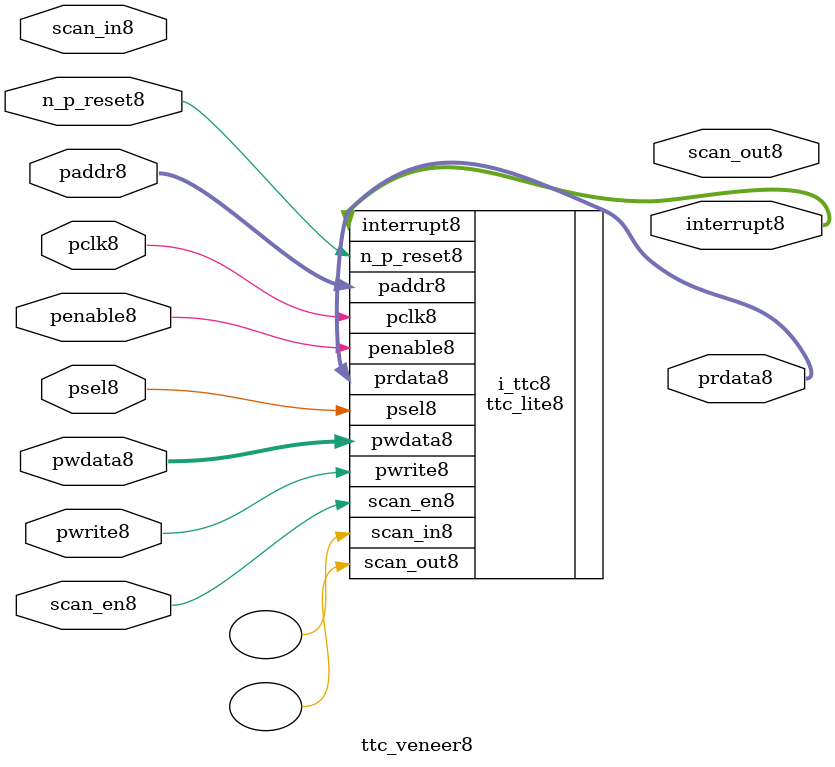
<source format=v>
module ttc_veneer8 (
           
           //inputs8
           n_p_reset8,
           pclk8,
           psel8,
           penable8,
           pwrite8,
           pwdata8,
           paddr8,
           scan_in8,
           scan_en8,

           //outputs8
           prdata8,
           interrupt8,
           scan_out8           

           );


//-----------------------------------------------------------------------------
// PORT DECLARATIONS8
//-----------------------------------------------------------------------------

   input         n_p_reset8;            //System8 Reset8
   input         pclk8;                 //System8 clock8
   input         psel8;                 //Select8 line
   input         penable8;              //Enable8
   input         pwrite8;               //Write line, 1 for write, 0 for read
   input [31:0]  pwdata8;               //Write data
   input [7:0]   paddr8;                //Address Bus8 register
   input         scan_in8;              //Scan8 chain8 input port
   input         scan_en8;              //Scan8 chain8 enable port
   
   output [31:0] prdata8;               //Read Data from the APB8 Interface8
   output [3:1]  interrupt8;            //Interrupt8 from PCI8 
   output        scan_out8;             //Scan8 chain8 output port

//##############################################################################
// if the TTC8 is NOT8 black8 boxed8 
//##############################################################################
`ifndef FV_KIT_BLACK_BOX_TTC8 

ttc_lite8 i_ttc8(

   //inputs8
   .n_p_reset8(n_p_reset8),
   .pclk8(pclk8),
   .psel8(psel8),
   .penable8(penable8),
   .pwrite8(pwrite8),
   .pwdata8(pwdata8),
   .paddr8(paddr8),
   .scan_in8(),
   .scan_en8(scan_en8),

   //outputs8
   .prdata8(prdata8),
   .interrupt8(interrupt8),
   .scan_out8()
);

`else 
//##############################################################################
// if the TTC8 is black8 boxed8 
//##############################################################################

   wire          n_p_reset8;            //System8 Reset8
   wire          pclk8;                 //System8 clock8
   wire          psel8;                 //Select8 line
   wire          penable8;              //Enable8
   wire          pwrite8;               //Write line, 1 for write, 0 for read
   wire  [31:0]  pwdata8;               //Write data
   wire  [7:0]   paddr8;                //Address Bus8 register
   wire          scan_in8;              //Scan8 chain8 wire  port
   wire          scan_en8;              //Scan8 chain8 enable port
   
   reg    [31:0] prdata8;               //Read Data from the APB8 Interface8
   reg    [3:1]  interrupt8;            //Interrupt8 from PCI8 
   reg           scan_out8;             //Scan8 chain8 reg    port

`endif
//##############################################################################
// black8 boxed8 defines8 
//##############################################################################

endmodule

</source>
